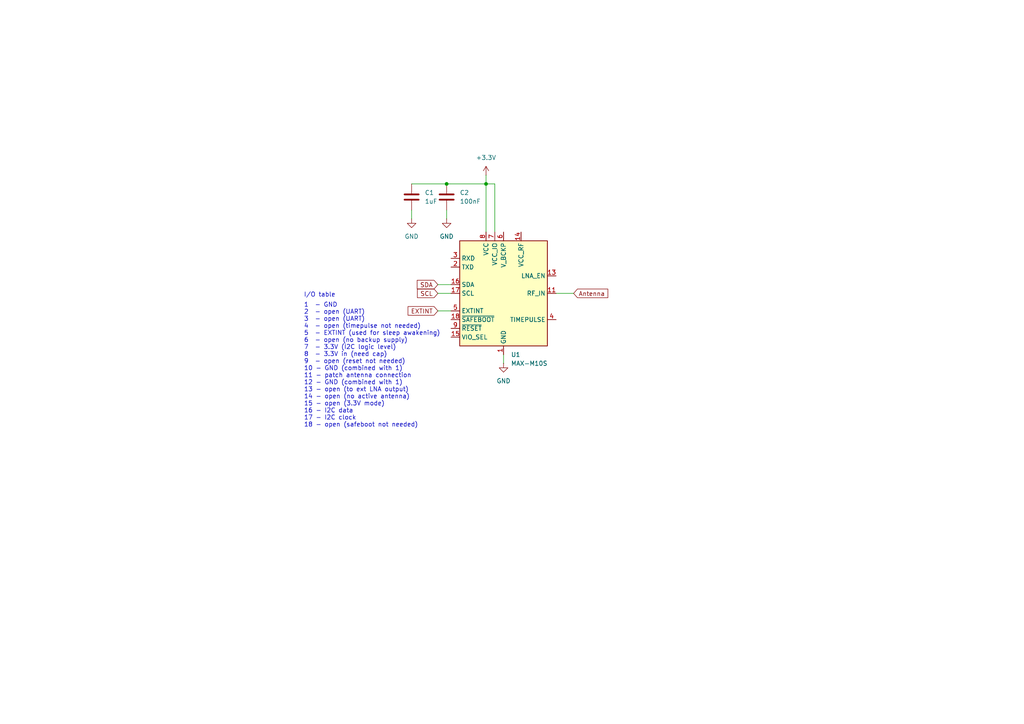
<source format=kicad_sch>
(kicad_sch (version 20250114) (generator "eeschema") (generator_version "9.0")
  (paper "A4")
  (lib_symbols
    (symbol "Device:C" (pin_numbers (hide yes)) (pin_names (offset 0.254))
      (property "Reference" "C" (at 0.635 2.54 0))
      (property "Value" "C" (at 0.635 -2.54 0))
      (symbol "C_0_1"
        (polyline (pts (xy -2.032 0.762) (xy 2.032 0.762)) (stroke (width 0.508)))
        (polyline (pts (xy -2.032 -0.762) (xy 2.032 -0.762)) (stroke (width 0.508)))
      )
      (symbol "C_1_1"
        (pin passive line (at 0 3.81 270) (length 2.794) (name "~") (number "1"))
        (pin passive line (at 0 -3.81 90) (length 2.794) (name "~") (number "2"))
      )
    )
    (symbol "RF_GPS:MAX-M10S"
      (property "Reference" "U" (at -10.16 16.51 0))
      (property "Value" "MAX-M10S" (at 11.43 16.51 0))
      (symbol "MAX-M10S_0_1"
        (rectangle (start 12.7 15.24) (end -12.7 -15.24) (stroke (width 0.254)) (fill (type background)))
      )
      (symbol "MAX-M10S_1_1"
        (pin input line (at -15.24 10.16 0) (length 2.54) (name "RXD") (number "3"))
        (pin output line (at -15.24 7.62 0) (length 2.54) (name "TXD") (number "2"))
        (pin bidirectional line (at -15.24 2.54 0) (length 2.54) (name "SDA") (number "16"))
        (pin input line (at -15.24 0 0) (length 2.54) (name "SCL") (number "17"))
        (pin input line (at -15.24 -5.08 0) (length 2.54) (name "EXTINT") (number "5"))
        (pin input line (at -15.24 -7.62 0) (length 2.54) (name "~{SAFEBOOT}") (number "18"))
        (pin input line (at -15.24 -10.16 0) (length 2.54) (name "~{RESET}") (number "9"))
        (pin input line (at -15.24 -12.7 0) (length 2.54) (name "VIO_SEL") (number "15"))
        (pin power_in line (at -5.08 17.78 270) (length 2.54) (name "VCC") (number "8"))
        (pin power_in line (at -2.54 17.78 270) (length 2.54) (name "VCC_IO") (number "7"))
        (pin power_in line (at 0 17.78 270) (length 2.54) (name "V_BCKP") (number "6"))
        (pin power_in line (at 0 -17.78 90) (length 2.54) (name "GND") (number "1"))
        (pin passive line (at 0 -17.78 90) (length 2.54) (hide yes) (name "GND") (number "10"))
        (pin passive line (at 0 -17.78 90) (length 2.54) (hide yes) (name "GND") (number "12"))
        (pin power_out line (at 5.08 17.78 270) (length 2.54) (name "VCC_RF") (number "14"))
        (pin output line (at 15.24 5.08 180) (length 2.54) (name "LNA_EN") (number "13"))
        (pin input line (at 15.24 0 180) (length 2.54) (name "RF_IN") (number "11"))
        (pin output line (at 15.24 -7.62 180) (length 2.54) (name "TIMEPULSE") (number "4"))
      )
    )
    (symbol "power:+3.3V" (power) (pin_numbers (hide yes)) (pin_names (offset 0) (hide yes))
      (property "Value" "+3.3V" (at 0 3.556 0))
      (symbol "+3.3V_0_1"
        (polyline (pts (xy -0.762 1.27) (xy 0 2.54)))
        (polyline (pts (xy 0 2.54) (xy 0.762 1.27)))
        (polyline (pts (xy 0 0) (xy 0 2.54)))
      )
      (symbol "+3.3V_1_1"
        (pin power_in line (at 0 0 90) (length 0) (name "~") (number "1"))
      )
    )
    (symbol "power:GND" (power) (pin_numbers (hide yes)) (pin_names (offset 0) (hide yes))
      (property "Value" "GND" (at 0 -3.81 0))
      (symbol "GND_0_1"
        (polyline (pts (xy 0 0) (xy 0 -1.27) (xy 1.27 -1.27) (xy 0 -2.54) (xy -1.27 -1.27) (xy 0 -1.27)))
      )
      (symbol "GND_1_1"
        (pin power_in line (at 0 0 270) (length 0) (name "~") (number "1"))
      )
    )
  )
  (text "I/O table\n" (at 92.71 85.598 0) (effects (font (size 1.27 1.27))))
  (text "1  - GND\n2  - open (UART)\n3  - open (UART)\n4  - open (timepulse not needed)\n5  - EXTINT (used for sleep awakening)\n6  - open (no backup supply)\n7  - 3.3V (I2C logic level)\n8  - 3.3V in (need cap)\n9  - open (reset not needed)\n10 - GND (combined with 1)\n11 - patch antenna connection\n12 - GND (combined with 1)\n13 - open (to ext LNA output)\n14 - open (no active antenna)\n15 - open (3.3V mode)\n16 - I2C data\n17 - I2C clock\n18 - open (safeboot not needed)" (at 88.138 105.918 0) (effects (font (size 1.27 1.27)) (justify left)))
  (junction (at 129.54 53.34))
  (junction (at 140.97 53.34))
  (wire (pts (xy 140.97 53.34) (xy 140.97 67.31)))
  (wire (pts (xy 143.51 53.34) (xy 143.51 67.31)))
  (wire (pts (xy 119.38 60.96) (xy 119.38 63.5)))
  (wire (pts (xy 127 82.55) (xy 130.81 82.55)))
  (wire (pts (xy 146.05 102.87) (xy 146.05 105.41)))
  (wire (pts (xy 127 85.09) (xy 130.81 85.09)))
  (wire (pts (xy 129.54 60.96) (xy 129.54 63.5)))
  (wire (pts (xy 130.81 90.17) (xy 127 90.17)))
  (wire (pts (xy 119.38 53.34) (xy 129.54 53.34)))
  (wire (pts (xy 140.97 50.8) (xy 140.97 53.34)))
  (wire (pts (xy 161.29 85.09) (xy 166.37 85.09)))
  (wire (pts (xy 140.97 53.34) (xy 143.51 53.34)))
  (wire (pts (xy 129.54 53.34) (xy 140.97 53.34)))
  (global_label "Antenna" (shape input) (at 166.37 85.09 0) (property "Intersheetrefs" "${INTERSHEET_REFS}" (effects (hide yes))))
  (global_label "EXTINT" (shape input) (at 127 90.17 180) (property "Intersheetrefs" "${INTERSHEET_REFS}" (effects (hide yes))))
  (global_label "SCL" (shape input) (at 127 85.09 180) (property "Intersheetrefs" "${INTERSHEET_REFS}" (effects (hide yes))))
  (global_label "SDA" (shape input) (at 127 82.55 180) (property "Intersheetrefs" "${INTERSHEET_REFS}" (effects (hide yes))))
  (symbol (lib_id "Device:C") (at 129.54 57.15 0) (unit 1)
    (property "Reference" "C2" (at 133.35 55.8799 0) (effects (justify left)))
    (property "Value" "100nF" (at 133.35 58.4199 0) (effects (justify left)))
    (property "Description" "Unpolarized capacitor" (effects (hide yes)))
  )
  (symbol (lib_id "Device:C") (at 119.38 57.15 0) (unit 1)
    (property "Reference" "C1" (at 123.19 55.8799 0) (effects (justify left)))
    (property "Value" "1uF" (at 123.19 58.4199 0) (effects (justify left)))
    (property "Description" "Unpolarized capacitor" (effects (hide yes)))
  )
  (symbol (lib_id "power:GND") (at 146.05 105.41 0) (unit 1)
    (property "Reference" "#PWR01" (effects (hide yes)))
    (property "Value" "GND" (at 146.05 110.49 0))
    (property "Description" "Power symbol creates a global label with name \"GND\" , ground" (effects (hide yes)))
  )
  (symbol (lib_id "power:GND") (at 129.54 63.5 0) (unit 1)
    (property "Reference" "#PWR04" (effects (hide yes)))
    (property "Value" "GND" (at 129.54 68.58 0))
    (property "Description" "Power symbol creates a global label with name \"GND\" , ground" (effects (hide yes)))
  )
  (symbol (lib_id "power:+3.3V") (at 140.97 50.8 0) (unit 1)
    (property "Reference" "#PWR02" (effects (hide yes)))
    (property "Value" "+3.3V" (at 140.97 45.72 0))
    (property "Description" "Power symbol creates a global label with name \"+3.3V\"" (effects (hide yes)))
  )
  (symbol (lib_id "power:GND") (at 119.38 63.5 0) (unit 1)
    (property "Reference" "#PWR03" (effects (hide yes)))
    (property "Value" "GND" (at 119.38 68.58 0))
    (property "Description" "Power symbol creates a global label with name \"GND\" , ground" (effects (hide yes)))
  )
  (symbol (lib_id "RF_GPS:MAX-M10S") (at 146.05 85.09 0) (unit 1)
    (property "Reference" "U1" (at 148.1933 102.87 0) (effects (justify left)))
    (property "Value" "MAX-M10S" (at 148.1933 105.41 0) (effects (justify left)))
    (property "Footprint" "RF_GPS:ublox_MAX" (effects (hide yes)))
    (property "Datasheet" "https://content.u-blox.com/sites/default/files/MAX-M10S_DataSheet_UBX-20035208.pdf" (effects (hide yes)))
    (property "Description" "GNSS Module MAX M10, VCC 1.65V to 3.6V" (effects (hide yes)))
  )
)
</source>
